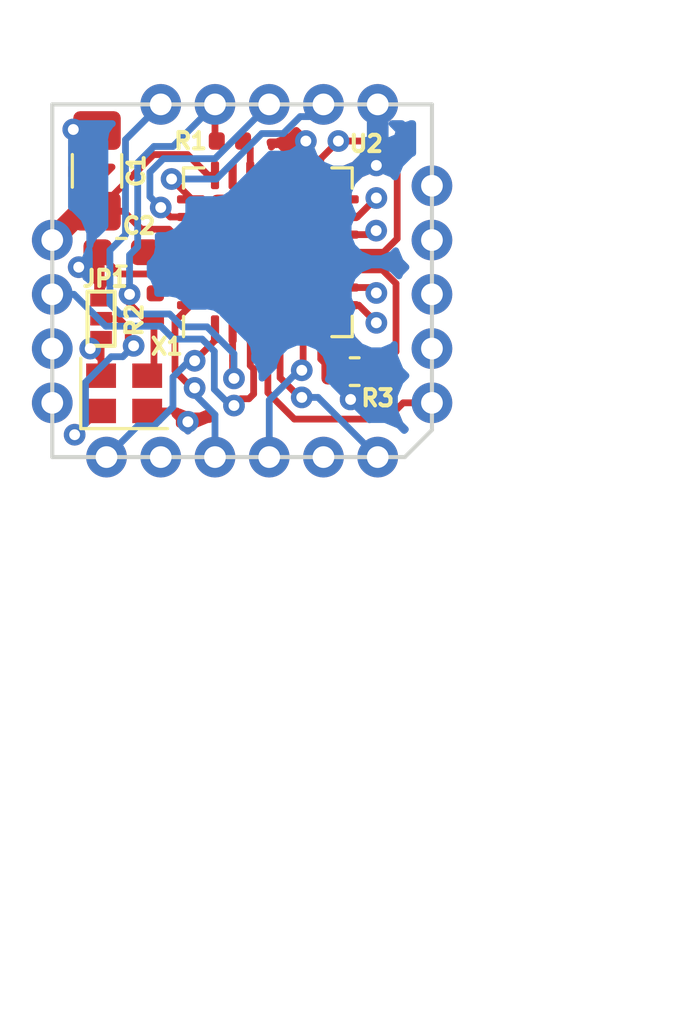
<source format=kicad_pcb>
(kicad_pcb (version 20171130) (host pcbnew 5.0.2-bee76a0~70~ubuntu18.04.1)

  (general
    (thickness 1.6)
    (drawings 5)
    (tracks 231)
    (zones 0)
    (modules 9)
    (nets 27)
  )

  (page A4)
  (layers
    (0 F.Cu signal)
    (1 In1.Cu signal)
    (2 In2.Cu signal)
    (31 B.Cu signal)
    (32 B.Adhes user)
    (33 F.Adhes user)
    (34 B.Paste user)
    (35 F.Paste user)
    (36 B.SilkS user)
    (37 F.SilkS user)
    (38 B.Mask user)
    (39 F.Mask user)
    (40 Dwgs.User user)
    (41 Cmts.User user)
    (42 Eco1.User user)
    (43 Eco2.User user)
    (44 Edge.Cuts user)
    (45 Margin user)
    (46 B.CrtYd user)
    (47 F.CrtYd user)
    (48 B.Fab user)
    (49 F.Fab user)
  )

  (setup
    (last_trace_width 0.25)
    (user_trace_width 0.8)
    (trace_clearance 0.2)
    (zone_clearance 0.508)
    (zone_45_only no)
    (trace_min 0.2)
    (segment_width 0.2)
    (edge_width 0.15)
    (via_size 0.8)
    (via_drill 0.4)
    (via_min_size 0.4)
    (via_min_drill 0.3)
    (uvia_size 0.3)
    (uvia_drill 0.1)
    (uvias_allowed no)
    (uvia_min_size 0.2)
    (uvia_min_drill 0.1)
    (pcb_text_width 0.3)
    (pcb_text_size 1.5 1.5)
    (mod_edge_width 0.15)
    (mod_text_size 1 1)
    (mod_text_width 0.15)
    (pad_size 1.524 1.524)
    (pad_drill 0.762)
    (pad_to_mask_clearance 0.051)
    (solder_mask_min_width 0.25)
    (aux_axis_origin 0 0)
    (visible_elements FFFFFF7F)
    (pcbplotparams
      (layerselection 0x010fc_ffffffff)
      (usegerberextensions false)
      (usegerberattributes false)
      (usegerberadvancedattributes false)
      (creategerberjobfile false)
      (excludeedgelayer true)
      (linewidth 0.100000)
      (plotframeref false)
      (viasonmask false)
      (mode 1)
      (useauxorigin false)
      (hpglpennumber 1)
      (hpglpenspeed 20)
      (hpglpendiameter 15.000000)
      (psnegative false)
      (psa4output false)
      (plotreference true)
      (plotvalue true)
      (plotinvisibletext false)
      (padsonsilk false)
      (subtractmaskfromsilk false)
      (outputformat 1)
      (mirror false)
      (drillshape 1)
      (scaleselection 1)
      (outputdirectory ""))
  )

  (net 0 "")
  (net 1 GND)
  (net 2 +3V3)
  (net 3 "Net-(C2-Pad1)")
  (net 4 "Net-(JP1-Pad2)")
  (net 5 "Net-(R1-Pad1)")
  (net 6 XTAL)
  (net 7 "Net-(R2-Pad1)")
  (net 8 "Net-(R3-Pad2)")
  (net 9 SPI_MOSI)
  (net 10 "Net-(U1-Pad3)")
  (net 11 "Net-(U1-Pad4)")
  (net 12 WOL)
  (net 13 "Net-(U1-Pad6)")
  (net 14 INT)
  (net 15 RST)
  (net 16 "Net-(U1-Pad9)")
  (net 17 SPI_CS)
  (net 18 SPI_SCK)
  (net 19 TxN)
  (net 20 TxP)
  (net 21 RxN)
  (net 22 RxP)
  (net 23 LED_2)
  (net 24 LED_1)
  (net 25 SPI_MISO)
  (net 26 "Net-(U2-Pad20)")

  (net_class Default "This is the default net class."
    (clearance 0.2)
    (trace_width 0.25)
    (via_dia 0.8)
    (via_drill 0.4)
    (uvia_dia 0.3)
    (uvia_drill 0.1)
    (add_net +3V3)
    (add_net GND)
    (add_net INT)
    (add_net LED_1)
    (add_net LED_2)
    (add_net "Net-(C2-Pad1)")
    (add_net "Net-(JP1-Pad2)")
    (add_net "Net-(R1-Pad1)")
    (add_net "Net-(R2-Pad1)")
    (add_net "Net-(R3-Pad2)")
    (add_net "Net-(U1-Pad3)")
    (add_net "Net-(U1-Pad4)")
    (add_net "Net-(U1-Pad6)")
    (add_net "Net-(U1-Pad9)")
    (add_net "Net-(U2-Pad20)")
    (add_net RST)
    (add_net RxN)
    (add_net RxP)
    (add_net SPI_CS)
    (add_net SPI_MISO)
    (add_net SPI_MOSI)
    (add_net SPI_SCK)
    (add_net TxN)
    (add_net TxP)
    (add_net WOL)
    (add_net XTAL)
  )

  (module Capacitor_SMD:C_0603_1608Metric_Pad1.05x0.95mm_HandSolder (layer F.Cu) (tedit 5CACECD6) (tstamp 5CACE15E)
    (at 129.55 57.45 180)
    (descr "Capacitor SMD 0603 (1608 Metric), square (rectangular) end terminal, IPC_7351 nominal with elongated pad for handsoldering. (Body size source: http://www.tortai-tech.com/upload/download/2011102023233369053.pdf), generated with kicad-footprint-generator")
    (tags "capacitor handsolder")
    (path /5CAD2BD0)
    (attr smd)
    (fp_text reference C2 (at -0.65 0.975 180) (layer F.SilkS)
      (effects (font (size 0.6 0.6) (thickness 0.15)))
    )
    (fp_text value C (at 0 1.43 180) (layer F.Fab)
      (effects (font (size 1 1) (thickness 0.15)))
    )
    (fp_line (start -0.8 0.4) (end -0.8 -0.4) (layer F.Fab) (width 0.1))
    (fp_line (start -0.8 -0.4) (end 0.8 -0.4) (layer F.Fab) (width 0.1))
    (fp_line (start 0.8 -0.4) (end 0.8 0.4) (layer F.Fab) (width 0.1))
    (fp_line (start 0.8 0.4) (end -0.8 0.4) (layer F.Fab) (width 0.1))
    (fp_line (start -0.171267 -0.51) (end 0.171267 -0.51) (layer F.SilkS) (width 0.12))
    (fp_line (start -0.171267 0.51) (end 0.171267 0.51) (layer F.SilkS) (width 0.12))
    (fp_line (start -1.65 0.73) (end -1.65 -0.73) (layer F.CrtYd) (width 0.05))
    (fp_line (start -1.65 -0.73) (end 1.65 -0.73) (layer F.CrtYd) (width 0.05))
    (fp_line (start 1.65 -0.73) (end 1.65 0.73) (layer F.CrtYd) (width 0.05))
    (fp_line (start 1.65 0.73) (end -1.65 0.73) (layer F.CrtYd) (width 0.05))
    (fp_text user %R (at 0 0 180) (layer F.Fab)
      (effects (font (size 0.4 0.4) (thickness 0.06)))
    )
    (pad 1 smd roundrect (at -0.875 0 180) (size 1.05 0.95) (layers F.Cu F.Paste F.Mask) (roundrect_rratio 0.25)
      (net 3 "Net-(C2-Pad1)"))
    (pad 2 smd roundrect (at 0.875 0 180) (size 1.05 0.95) (layers F.Cu F.Paste F.Mask) (roundrect_rratio 0.25)
      (net 1 GND))
    (model ${KISYS3DMOD}/Capacitor_SMD.3dshapes/C_0603_1608Metric.wrl
      (at (xyz 0 0 0))
      (scale (xyz 1 1 1))
      (rotate (xyz 0 0 0))
    )
  )

  (module Resistor_SMD:R_0402_1005Metric (layer F.Cu) (tedit 5CACED41) (tstamp 5CACE17F)
    (at 133.55 53.35 180)
    (descr "Resistor SMD 0402 (1005 Metric), square (rectangular) end terminal, IPC_7351 nominal, (Body size source: http://www.tortai-tech.com/upload/download/2011102023233369053.pdf), generated with kicad-footprint-generator")
    (tags resistor)
    (path /5CAD2C7B)
    (attr smd)
    (fp_text reference R1 (at 1.45 0 180) (layer F.SilkS)
      (effects (font (size 0.6 0.6) (thickness 0.15)))
    )
    (fp_text value 100R (at 0 1.17 180) (layer F.Fab)
      (effects (font (size 1 1) (thickness 0.15)))
    )
    (fp_line (start -0.5 0.25) (end -0.5 -0.25) (layer F.Fab) (width 0.1))
    (fp_line (start -0.5 -0.25) (end 0.5 -0.25) (layer F.Fab) (width 0.1))
    (fp_line (start 0.5 -0.25) (end 0.5 0.25) (layer F.Fab) (width 0.1))
    (fp_line (start 0.5 0.25) (end -0.5 0.25) (layer F.Fab) (width 0.1))
    (fp_line (start -0.93 0.47) (end -0.93 -0.47) (layer F.CrtYd) (width 0.05))
    (fp_line (start -0.93 -0.47) (end 0.93 -0.47) (layer F.CrtYd) (width 0.05))
    (fp_line (start 0.93 -0.47) (end 0.93 0.47) (layer F.CrtYd) (width 0.05))
    (fp_line (start 0.93 0.47) (end -0.93 0.47) (layer F.CrtYd) (width 0.05))
    (fp_text user %R (at 0 0 180) (layer F.Fab)
      (effects (font (size 0.25 0.25) (thickness 0.04)))
    )
    (pad 1 smd roundrect (at -0.485 0 180) (size 0.59 0.64) (layers F.Cu F.Paste F.Mask) (roundrect_rratio 0.25)
      (net 5 "Net-(R1-Pad1)"))
    (pad 2 smd roundrect (at 0.485 0 180) (size 0.59 0.64) (layers F.Cu F.Paste F.Mask) (roundrect_rratio 0.25)
      (net 6 XTAL))
    (model ${KISYS3DMOD}/Resistor_SMD.3dshapes/R_0402_1005Metric.wrl
      (at (xyz 0 0 0))
      (scale (xyz 1 1 1))
      (rotate (xyz 0 0 0))
    )
  )

  (module Resistor_SMD:R_0402_1005Metric (layer F.Cu) (tedit 5CACECBA) (tstamp 5CACE18E)
    (at 130.8 59.45 270)
    (descr "Resistor SMD 0402 (1005 Metric), square (rectangular) end terminal, IPC_7351 nominal, (Body size source: http://www.tortai-tech.com/upload/download/2011102023233369053.pdf), generated with kicad-footprint-generator")
    (tags resistor)
    (path /5CAD3BCA)
    (attr smd)
    (fp_text reference R2 (at 0.5 0.775 270) (layer F.SilkS)
      (effects (font (size 0.6 0.6) (thickness 0.15)))
    )
    (fp_text value 100R (at 0 1.17 270) (layer F.Fab)
      (effects (font (size 1 1) (thickness 0.15)))
    )
    (fp_text user %R (at 0 0 270) (layer F.Fab)
      (effects (font (size 0.25 0.25) (thickness 0.04)))
    )
    (fp_line (start 0.93 0.47) (end -0.93 0.47) (layer F.CrtYd) (width 0.05))
    (fp_line (start 0.93 -0.47) (end 0.93 0.47) (layer F.CrtYd) (width 0.05))
    (fp_line (start -0.93 -0.47) (end 0.93 -0.47) (layer F.CrtYd) (width 0.05))
    (fp_line (start -0.93 0.47) (end -0.93 -0.47) (layer F.CrtYd) (width 0.05))
    (fp_line (start 0.5 0.25) (end -0.5 0.25) (layer F.Fab) (width 0.1))
    (fp_line (start 0.5 -0.25) (end 0.5 0.25) (layer F.Fab) (width 0.1))
    (fp_line (start -0.5 -0.25) (end 0.5 -0.25) (layer F.Fab) (width 0.1))
    (fp_line (start -0.5 0.25) (end -0.5 -0.25) (layer F.Fab) (width 0.1))
    (pad 2 smd roundrect (at 0.485 0 270) (size 0.59 0.64) (layers F.Cu F.Paste F.Mask) (roundrect_rratio 0.25)
      (net 6 XTAL))
    (pad 1 smd roundrect (at -0.485 0 270) (size 0.59 0.64) (layers F.Cu F.Paste F.Mask) (roundrect_rratio 0.25)
      (net 7 "Net-(R2-Pad1)"))
    (model ${KISYS3DMOD}/Resistor_SMD.3dshapes/R_0402_1005Metric.wrl
      (at (xyz 0 0 0))
      (scale (xyz 1 1 1))
      (rotate (xyz 0 0 0))
    )
  )

  (module Resistor_SMD:R_0603_1608Metric (layer F.Cu) (tedit 5CACEC9F) (tstamp 5CACE19F)
    (at 138.15 61.85)
    (descr "Resistor SMD 0603 (1608 Metric), square (rectangular) end terminal, IPC_7351 nominal, (Body size source: http://www.tortai-tech.com/upload/download/2011102023233369053.pdf), generated with kicad-footprint-generator")
    (tags resistor)
    (path /5CAF339B)
    (attr smd)
    (fp_text reference R3 (at 0.85 0.975) (layer F.SilkS)
      (effects (font (size 0.6 0.6) (thickness 0.15)))
    )
    (fp_text value 2k32 (at 0 1.43) (layer F.Fab)
      (effects (font (size 1 1) (thickness 0.15)))
    )
    (fp_line (start -0.8 0.4) (end -0.8 -0.4) (layer F.Fab) (width 0.1))
    (fp_line (start -0.8 -0.4) (end 0.8 -0.4) (layer F.Fab) (width 0.1))
    (fp_line (start 0.8 -0.4) (end 0.8 0.4) (layer F.Fab) (width 0.1))
    (fp_line (start 0.8 0.4) (end -0.8 0.4) (layer F.Fab) (width 0.1))
    (fp_line (start -0.162779 -0.51) (end 0.162779 -0.51) (layer F.SilkS) (width 0.12))
    (fp_line (start -0.162779 0.51) (end 0.162779 0.51) (layer F.SilkS) (width 0.12))
    (fp_line (start -1.48 0.73) (end -1.48 -0.73) (layer F.CrtYd) (width 0.05))
    (fp_line (start -1.48 -0.73) (end 1.48 -0.73) (layer F.CrtYd) (width 0.05))
    (fp_line (start 1.48 -0.73) (end 1.48 0.73) (layer F.CrtYd) (width 0.05))
    (fp_line (start 1.48 0.73) (end -1.48 0.73) (layer F.CrtYd) (width 0.05))
    (fp_text user %R (at 0 0) (layer F.Fab)
      (effects (font (size 0.4 0.4) (thickness 0.06)))
    )
    (pad 1 smd roundrect (at -0.7875 0) (size 0.875 0.95) (layers F.Cu F.Paste F.Mask) (roundrect_rratio 0.25)
      (net 1 GND))
    (pad 2 smd roundrect (at 0.7875 0) (size 0.875 0.95) (layers F.Cu F.Paste F.Mask) (roundrect_rratio 0.25)
      (net 8 "Net-(R3-Pad2)"))
    (model ${KISYS3DMOD}/Resistor_SMD.3dshapes/R_0603_1608Metric.wrl
      (at (xyz 0 0 0))
      (scale (xyz 1 1 1))
      (rotate (xyz 0 0 0))
    )
  )

  (module TJ:LAN8742_INT_B (layer F.Cu) (tedit 5CACED5B) (tstamp 5CACE1BC)
    (at 127 52)
    (path /5CAF3295)
    (fp_text reference U1 (at 16 -1) (layer F.SilkS) hide
      (effects (font (size 1 1) (thickness 0.15)))
    )
    (fp_text value LAN8742_INT (at 18 -3) (layer F.Fab)
      (effects (font (size 1 1) (thickness 0.15)))
    )
    (fp_line (start 0 0) (end 0 13) (layer F.CrtYd) (width 0.15))
    (fp_line (start 0 13) (end 13 13) (layer F.CrtYd) (width 0.15))
    (fp_line (start 13 13) (end 14 12) (layer F.CrtYd) (width 0.15))
    (fp_line (start 14 12) (end 14 0) (layer F.CrtYd) (width 0.15))
    (fp_line (start 14 0) (end 0 0) (layer F.CrtYd) (width 0.15))
    (pad 1 thru_hole circle (at 0 5) (size 1.5 1.5) (drill 0.8) (layers *.Cu *.Mask)
      (net 2 +3V3))
    (pad 2 thru_hole circle (at 0 7) (size 1.5 1.5) (drill 0.8) (layers *.Cu *.Mask)
      (net 9 SPI_MOSI))
    (pad 3 thru_hole circle (at 0 9) (size 1.5 1.5) (drill 0.8) (layers *.Cu *.Mask)
      (net 10 "Net-(U1-Pad3)"))
    (pad 4 thru_hole oval (at 0 11) (size 1.5 1.5) (drill 0.8) (layers *.Cu *.Mask)
      (net 11 "Net-(U1-Pad4)"))
    (pad 5 thru_hole circle (at 2 13) (size 1.5 1.5) (drill 0.8) (layers *.Cu *.Mask)
      (net 12 WOL))
    (pad 6 thru_hole circle (at 4 13) (size 1.5 1.5) (drill 0.8) (layers *.Cu *.Mask)
      (net 13 "Net-(U1-Pad6)"))
    (pad 7 thru_hole circle (at 6 13) (size 1.5 1.5) (drill 0.8) (layers *.Cu *.Mask)
      (net 14 INT))
    (pad 8 thru_hole circle (at 8 13) (size 1.5 1.5) (drill 0.8) (layers *.Cu *.Mask)
      (net 15 RST))
    (pad 9 thru_hole circle (at 10 13) (size 1.5 1.5) (drill 0.8) (layers *.Cu *.Mask)
      (net 16 "Net-(U1-Pad9)"))
    (pad 10 thru_hole circle (at 12 13) (size 1.5 1.5) (drill 0.8) (layers *.Cu *.Mask)
      (net 17 SPI_CS))
    (pad 11 thru_hole circle (at 14 11) (size 1.5 1.5) (drill 0.8) (layers *.Cu *.Mask)
      (net 18 SPI_SCK))
    (pad 12 thru_hole circle (at 14 9) (size 1.5 1.5) (drill 0.8) (layers *.Cu *.Mask)
      (net 19 TxN))
    (pad 13 thru_hole circle (at 14 7) (size 1.5 1.5) (drill 0.8) (layers *.Cu *.Mask)
      (net 20 TxP))
    (pad 14 thru_hole circle (at 14 5) (size 1.5 1.5) (drill 0.8) (layers *.Cu *.Mask)
      (net 21 RxN))
    (pad 15 thru_hole circle (at 14 3) (size 1.5 1.5) (drill 0.8) (layers *.Cu *.Mask)
      (net 22 RxP))
    (pad 16 thru_hole circle (at 12 0) (size 1.5 1.5) (drill 0.8) (layers *.Cu *.Mask)
      (net 1 GND))
    (pad 17 thru_hole circle (at 10 0) (size 1.5 1.5) (drill 0.8) (layers *.Cu *.Mask)
      (net 23 LED_2))
    (pad 18 thru_hole circle (at 8 0) (size 1.5 1.5) (drill 0.8) (layers *.Cu *.Mask)
      (net 24 LED_1))
    (pad 19 thru_hole circle (at 6 0) (size 1.5 1.5) (drill 0.8) (layers *.Cu *.Mask)
      (net 6 XTAL))
    (pad 20 thru_hole circle (at 4 0) (size 1.5 1.5) (drill 0.8) (layers *.Cu *.Mask)
      (net 25 SPI_MISO))
  )

  (module Package_DFN_QFN:QFN-28-1EP_6x6mm_P0.65mm_EP4.25x4.25mm (layer F.Cu) (tedit 5CACED2B) (tstamp 5CACE1F7)
    (at 134.95 57.45 90)
    (descr "QFN, 28 Pin (http://ww1.microchip.com/downloads/en/PackagingSpec/00000049BQ.pdf (Page 289)), generated with kicad-footprint-generator ipc_dfn_qfn_generator.py")
    (tags "QFN DFN_QFN")
    (path /5CAF32E1)
    (attr smd)
    (fp_text reference U2 (at 4 3.625) (layer F.SilkS)
      (effects (font (size 0.6 0.6) (thickness 0.15)))
    )
    (fp_text value ENC28J60x-ML (at 0 4.3 90) (layer F.Fab)
      (effects (font (size 1 1) (thickness 0.15)))
    )
    (fp_line (start 2.36 -3.11) (end 3.11 -3.11) (layer F.SilkS) (width 0.12))
    (fp_line (start 3.11 -3.11) (end 3.11 -2.36) (layer F.SilkS) (width 0.12))
    (fp_line (start -2.36 3.11) (end -3.11 3.11) (layer F.SilkS) (width 0.12))
    (fp_line (start -3.11 3.11) (end -3.11 2.36) (layer F.SilkS) (width 0.12))
    (fp_line (start 2.36 3.11) (end 3.11 3.11) (layer F.SilkS) (width 0.12))
    (fp_line (start 3.11 3.11) (end 3.11 2.36) (layer F.SilkS) (width 0.12))
    (fp_line (start -2.36 -3.11) (end -3.11 -3.11) (layer F.SilkS) (width 0.12))
    (fp_line (start -2 -3) (end 3 -3) (layer F.Fab) (width 0.1))
    (fp_line (start 3 -3) (end 3 3) (layer F.Fab) (width 0.1))
    (fp_line (start 3 3) (end -3 3) (layer F.Fab) (width 0.1))
    (fp_line (start -3 3) (end -3 -2) (layer F.Fab) (width 0.1))
    (fp_line (start -3 -2) (end -2 -3) (layer F.Fab) (width 0.1))
    (fp_line (start -3.6 -3.6) (end -3.6 3.6) (layer F.CrtYd) (width 0.05))
    (fp_line (start -3.6 3.6) (end 3.6 3.6) (layer F.CrtYd) (width 0.05))
    (fp_line (start 3.6 3.6) (end 3.6 -3.6) (layer F.CrtYd) (width 0.05))
    (fp_line (start 3.6 -3.6) (end -3.6 -3.6) (layer F.CrtYd) (width 0.05))
    (fp_text user %R (at 0 0 90) (layer F.Fab)
      (effects (font (size 1 1) (thickness 0.15)))
    )
    (pad 29 smd roundrect (at 0 0 90) (size 4.25 4.25) (layers F.Cu F.Mask) (roundrect_rratio 0.058824))
    (pad "" smd roundrect (at -1.42 -1.42 90) (size 1.14 1.14) (layers F.Paste) (roundrect_rratio 0.219298))
    (pad "" smd roundrect (at -1.42 0 90) (size 1.14 1.14) (layers F.Paste) (roundrect_rratio 0.219298))
    (pad "" smd roundrect (at -1.42 1.42 90) (size 1.14 1.14) (layers F.Paste) (roundrect_rratio 0.219298))
    (pad "" smd roundrect (at 0 -1.42 90) (size 1.14 1.14) (layers F.Paste) (roundrect_rratio 0.219298))
    (pad "" smd roundrect (at 0 0 90) (size 1.14 1.14) (layers F.Paste) (roundrect_rratio 0.219298))
    (pad "" smd roundrect (at 0 1.42 90) (size 1.14 1.14) (layers F.Paste) (roundrect_rratio 0.219298))
    (pad "" smd roundrect (at 1.42 -1.42 90) (size 1.14 1.14) (layers F.Paste) (roundrect_rratio 0.219298))
    (pad "" smd roundrect (at 1.42 0 90) (size 1.14 1.14) (layers F.Paste) (roundrect_rratio 0.219298))
    (pad "" smd roundrect (at 1.42 1.42 90) (size 1.14 1.14) (layers F.Paste) (roundrect_rratio 0.219298))
    (pad 1 smd roundrect (at -2.8375 -1.95 90) (size 1.025 0.3) (layers F.Cu F.Paste F.Mask) (roundrect_rratio 0.25)
      (net 12 WOL))
    (pad 2 smd roundrect (at -2.8375 -1.3 90) (size 1.025 0.3) (layers F.Cu F.Paste F.Mask) (roundrect_rratio 0.25)
      (net 25 SPI_MISO))
    (pad 3 smd roundrect (at -2.8375 -0.65 90) (size 1.025 0.3) (layers F.Cu F.Paste F.Mask) (roundrect_rratio 0.25)
      (net 9 SPI_MOSI))
    (pad 4 smd roundrect (at -2.8375 0 90) (size 1.025 0.3) (layers F.Cu F.Paste F.Mask) (roundrect_rratio 0.25)
      (net 18 SPI_SCK))
    (pad 5 smd roundrect (at -2.8375 0.65 90) (size 1.025 0.3) (layers F.Cu F.Paste F.Mask) (roundrect_rratio 0.25)
      (net 17 SPI_CS))
    (pad 6 smd roundrect (at -2.8375 1.3 90) (size 1.025 0.3) (layers F.Cu F.Paste F.Mask) (roundrect_rratio 0.25)
      (net 15 RST))
    (pad 7 smd roundrect (at -2.8375 1.95 90) (size 1.025 0.3) (layers F.Cu F.Paste F.Mask) (roundrect_rratio 0.25)
      (net 1 GND))
    (pad 8 smd roundrect (at -1.95 2.8375 90) (size 0.3 1.025) (layers F.Cu F.Paste F.Mask) (roundrect_rratio 0.25)
      (net 21 RxN))
    (pad 9 smd roundrect (at -1.3 2.8375 90) (size 0.3 1.025) (layers F.Cu F.Paste F.Mask) (roundrect_rratio 0.25)
      (net 22 RxP))
    (pad 10 smd roundrect (at -0.65 2.8375 90) (size 0.3 1.025) (layers F.Cu F.Paste F.Mask) (roundrect_rratio 0.25)
      (net 8 "Net-(R3-Pad2)"))
    (pad 11 smd roundrect (at 0 2.8375 90) (size 0.3 1.025) (layers F.Cu F.Paste F.Mask) (roundrect_rratio 0.25)
      (net 2 +3V3))
    (pad 12 smd roundrect (at 0.65 2.8375 90) (size 0.3 1.025) (layers F.Cu F.Paste F.Mask) (roundrect_rratio 0.25)
      (net 19 TxN))
    (pad 13 smd roundrect (at 1.3 2.8375 90) (size 0.3 1.025) (layers F.Cu F.Paste F.Mask) (roundrect_rratio 0.25)
      (net 20 TxP))
    (pad 14 smd roundrect (at 1.95 2.8375 90) (size 0.3 1.025) (layers F.Cu F.Paste F.Mask) (roundrect_rratio 0.25)
      (net 1 GND))
    (pad 15 smd roundrect (at 2.8375 1.95 90) (size 1.025 0.3) (layers F.Cu F.Paste F.Mask) (roundrect_rratio 0.25)
      (net 2 +3V3))
    (pad 16 smd roundrect (at 2.8375 1.3 90) (size 1.025 0.3) (layers F.Cu F.Paste F.Mask) (roundrect_rratio 0.25)
      (net 2 +3V3))
    (pad 17 smd roundrect (at 2.8375 0.65 90) (size 1.025 0.3) (layers F.Cu F.Paste F.Mask) (roundrect_rratio 0.25)
      (net 1 GND))
    (pad 18 smd roundrect (at 2.8375 0 90) (size 1.025 0.3) (layers F.Cu F.Paste F.Mask) (roundrect_rratio 0.25)
      (net 1 GND))
    (pad 19 smd roundrect (at 2.8375 -0.65 90) (size 1.025 0.3) (layers F.Cu F.Paste F.Mask) (roundrect_rratio 0.25)
      (net 5 "Net-(R1-Pad1)"))
    (pad 20 smd roundrect (at 2.8375 -1.3 90) (size 1.025 0.3) (layers F.Cu F.Paste F.Mask) (roundrect_rratio 0.25)
      (net 26 "Net-(U2-Pad20)"))
    (pad 21 smd roundrect (at 2.8375 -1.95 90) (size 1.025 0.3) (layers F.Cu F.Paste F.Mask) (roundrect_rratio 0.25)
      (net 2 +3V3))
    (pad 22 smd roundrect (at 1.95 -2.8375 90) (size 0.3 1.025) (layers F.Cu F.Paste F.Mask) (roundrect_rratio 0.25)
      (net 23 LED_2))
    (pad 23 smd roundrect (at 1.3 -2.8375 90) (size 0.3 1.025) (layers F.Cu F.Paste F.Mask) (roundrect_rratio 0.25)
      (net 24 LED_1))
    (pad 24 smd roundrect (at 0.65 -2.8375 90) (size 0.3 1.025) (layers F.Cu F.Paste F.Mask) (roundrect_rratio 0.25)
      (net 2 +3V3))
    (pad 25 smd roundrect (at 0 -2.8375 90) (size 0.3 1.025) (layers F.Cu F.Paste F.Mask) (roundrect_rratio 0.25)
      (net 3 "Net-(C2-Pad1)"))
    (pad 26 smd roundrect (at -0.65 -2.8375 90) (size 0.3 1.025) (layers F.Cu F.Paste F.Mask) (roundrect_rratio 0.25)
      (net 1 GND))
    (pad 27 smd roundrect (at -1.3 -2.8375 90) (size 0.3 1.025) (layers F.Cu F.Paste F.Mask) (roundrect_rratio 0.25)
      (net 7 "Net-(R2-Pad1)"))
    (pad 28 smd roundrect (at -1.95 -2.8375 90) (size 0.3 1.025) (layers F.Cu F.Paste F.Mask) (roundrect_rratio 0.25)
      (net 14 INT))
    (model ${KISYS3DMOD}/Package_DFN_QFN.3dshapes/QFN-28-1EP_6x6mm_P0.65mm_EP4.25x4.25mm.wrl
      (at (xyz 0 0 0))
      (scale (xyz 1 1 1))
      (rotate (xyz 0 0 0))
    )
  )

  (module Oscillator:Oscillator_SMD_SeikoEpson_SG210-4Pin_2.5x2.0mm (layer F.Cu) (tedit 5CACECF3) (tstamp 5CACE20F)
    (at 129.65 62.65)
    (descr "SMD Crystal Oscillator Seiko Epson SG-210 https://support.epson.biz/td/api/doc_check.php?mode=dl&lang=en&Parts=SG-210SED, 2.5x2.0mm^2 package")
    (tags "SMD SMT crystal oscillator")
    (path /5CAE3C50)
    (attr smd)
    (fp_text reference X1 (at 1.575 -1.725) (layer F.SilkS)
      (effects (font (size 0.6 0.6) (thickness 0.15)))
    )
    (fp_text value SG-210SED (at 0 2.2) (layer F.Fab)
      (effects (font (size 1 1) (thickness 0.15)))
    )
    (fp_text user %R (at 0 0) (layer F.Fab)
      (effects (font (size 0.6 0.6) (thickness 0.09)))
    )
    (fp_line (start -1.25 -1) (end -1.25 1) (layer F.Fab) (width 0.1))
    (fp_line (start -1.25 1) (end 1.25 1) (layer F.Fab) (width 0.1))
    (fp_line (start 1.25 1) (end 1.25 -1) (layer F.Fab) (width 0.1))
    (fp_line (start 1.25 -1) (end -1.25 -1) (layer F.Fab) (width 0.1))
    (fp_line (start -1.25 0) (end -0.25 1) (layer F.Fab) (width 0.1))
    (fp_line (start -1.6 -1.3) (end -1.6 1.3) (layer F.SilkS) (width 0.12))
    (fp_line (start -1.6 1.3) (end 1.6 1.3) (layer F.SilkS) (width 0.12))
    (fp_line (start -1.7 -1.4) (end -1.7 1.4) (layer F.CrtYd) (width 0.05))
    (fp_line (start -1.7 1.4) (end 1.7 1.4) (layer F.CrtYd) (width 0.05))
    (fp_line (start 1.7 1.4) (end 1.7 -1.4) (layer F.CrtYd) (width 0.05))
    (fp_line (start 1.7 -1.4) (end -1.7 -1.4) (layer F.CrtYd) (width 0.05))
    (fp_circle (center 0 0) (end 1 0) (layer F.Adhes) (width 0.1))
    (fp_circle (center 0 0) (end 0.833333 0) (layer F.Adhes) (width 0.333333))
    (fp_circle (center 0 0) (end 0.533333 0) (layer F.Adhes) (width 0.333333))
    (fp_circle (center 0 0) (end 0.233333 0) (layer F.Adhes) (width 0.466667))
    (pad 1 smd rect (at -0.85 0.65) (size 1.1 0.9) (layers F.Cu F.Paste F.Mask)
      (net 4 "Net-(JP1-Pad2)"))
    (pad 2 smd rect (at 0.85 0.65) (size 1.1 0.9) (layers F.Cu F.Paste F.Mask)
      (net 1 GND))
    (pad 3 smd rect (at 0.85 -0.65) (size 1.1 0.9) (layers F.Cu F.Paste F.Mask)
      (net 6 XTAL))
    (pad 4 smd rect (at -0.85 -0.65) (size 1.1 0.9) (layers F.Cu F.Paste F.Mask)
      (net 2 +3V3))
    (model ${KISYS3DMOD}/Oscillator.3dshapes/Oscillator_SMD_SeikoEpson_SG210-4Pin_2.5x2.0mm.wrl
      (at (xyz 0 0 0))
      (scale (xyz 1 1 1))
      (rotate (xyz 0 0 0))
    )
  )

  (module Capacitor_SMD:C_1206_3216Metric_Pad1.42x1.75mm_HandSolder (layer F.Cu) (tedit 5CACED4A) (tstamp 5CACF7C7)
    (at 128.65 54.45 270)
    (descr "Capacitor SMD 1206 (3216 Metric), square (rectangular) end terminal, IPC_7351 nominal with elongated pad for handsoldering. (Body size source: http://www.tortai-tech.com/upload/download/2011102023233369053.pdf), generated with kicad-footprint-generator")
    (tags "capacitor handsolder")
    (path /5CAE3CDC)
    (attr smd)
    (fp_text reference C1 (at 0 -1.45 270) (layer F.SilkS)
      (effects (font (size 0.6 0.6) (thickness 0.15)))
    )
    (fp_text value C (at 0 1.82 270) (layer F.Fab)
      (effects (font (size 1 1) (thickness 0.15)))
    )
    (fp_line (start -1.6 0.8) (end -1.6 -0.8) (layer F.Fab) (width 0.1))
    (fp_line (start -1.6 -0.8) (end 1.6 -0.8) (layer F.Fab) (width 0.1))
    (fp_line (start 1.6 -0.8) (end 1.6 0.8) (layer F.Fab) (width 0.1))
    (fp_line (start 1.6 0.8) (end -1.6 0.8) (layer F.Fab) (width 0.1))
    (fp_line (start -0.602064 -0.91) (end 0.602064 -0.91) (layer F.SilkS) (width 0.12))
    (fp_line (start -0.602064 0.91) (end 0.602064 0.91) (layer F.SilkS) (width 0.12))
    (fp_line (start -2.45 1.12) (end -2.45 -1.12) (layer F.CrtYd) (width 0.05))
    (fp_line (start -2.45 -1.12) (end 2.45 -1.12) (layer F.CrtYd) (width 0.05))
    (fp_line (start 2.45 -1.12) (end 2.45 1.12) (layer F.CrtYd) (width 0.05))
    (fp_line (start 2.45 1.12) (end -2.45 1.12) (layer F.CrtYd) (width 0.05))
    (fp_text user %R (at 0 0 270) (layer F.Fab)
      (effects (font (size 0.8 0.8) (thickness 0.12)))
    )
    (pad 1 smd roundrect (at -1.4875 0 270) (size 1.425 1.75) (layers F.Cu F.Paste F.Mask) (roundrect_rratio 0.175439)
      (net 1 GND))
    (pad 2 smd roundrect (at 1.4875 0 270) (size 1.425 1.75) (layers F.Cu F.Paste F.Mask) (roundrect_rratio 0.175439)
      (net 2 +3V3))
    (model ${KISYS3DMOD}/Capacitor_SMD.3dshapes/C_1206_3216Metric.wrl
      (at (xyz 0 0 0))
      (scale (xyz 1 1 1))
      (rotate (xyz 0 0 0))
    )
  )

  (module Jumper:SolderJumper-3_P0.7mm_Open_Pad0.5x0.8mm (layer F.Cu) (tedit 5CACED6C) (tstamp 5CB99EFB)
    (at 128.8 59.9 270)
    (path /5CAEA13D)
    (fp_text reference JP1 (at -1.475 -0.15 180) (layer F.SilkS)
      (effects (font (size 0.6 0.6) (thickness 0.15)))
    )
    (fp_text value Jumper_NC_Dual (at 19.75 -11.75 270) (layer F.Fab)
      (effects (font (size 1 1) (thickness 0.15)))
    )
    (fp_line (start -1 -0.5) (end 1 -0.5) (layer F.SilkS) (width 0.15))
    (fp_line (start 1 0.5) (end -1 0.5) (layer F.SilkS) (width 0.15))
    (fp_line (start 1 -0.5) (end 1 0.5) (layer F.SilkS) (width 0.15))
    (fp_line (start -1 -0.5) (end -1 0.5) (layer F.SilkS) (width 0.15))
    (pad 1 smd rect (at -0.7 0 270) (size 0.5 0.8) (layers F.Cu F.Paste F.Mask)
      (net 1 GND))
    (pad 2 smd rect (at 0 0 270) (size 0.5 0.8) (layers F.Cu F.Paste F.Mask)
      (net 4 "Net-(JP1-Pad2)"))
    (pad 3 smd rect (at 0.7 0 270) (size 0.5 0.8) (layers F.Cu F.Paste F.Mask)
      (net 2 +3V3))
  )

  (gr_line (start 127 52) (end 127 65) (layer Edge.Cuts) (width 0.15))
  (gr_line (start 141 52) (end 127 52) (layer Edge.Cuts) (width 0.15))
  (gr_line (start 140 65) (end 127 65) (layer Edge.Cuts) (width 0.15))
  (gr_line (start 141 64) (end 140 65) (layer Edge.Cuts) (width 0.15))
  (gr_line (start 141 52) (end 141 64) (layer Edge.Cuts) (width 0.15))

  (segment (start 129.47501 58.25001) (end 129.174072 57.949072) (width 0.25) (layer F.Cu) (net 1))
  (segment (start 129.174072 57.949072) (end 128.675 57.45) (width 0.25) (layer F.Cu) (net 1))
  (segment (start 130.9455 58.25001) (end 129.47501 58.25001) (width 0.25) (layer F.Cu) (net 1))
  (segment (start 131.09551 58.1) (end 130.9455 58.25001) (width 0.25) (layer F.Cu) (net 1))
  (segment (start 132.1125 58.1) (end 131.09551 58.1) (width 0.25) (layer F.Cu) (net 1))
  (segment (start 134.95 54.6125) (end 135.6 54.6125) (width 0.25) (layer F.Cu) (net 1))
  (via (at 127.775 52.925) (size 0.8) (drill 0.4) (layers F.Cu B.Cu) (net 1))
  (segment (start 128.65 52.9625) (end 127.5625 52.9625) (width 0.25) (layer F.Cu) (net 1))
  (segment (start 127.5625 52.9625) (end 127.55 52.95) (width 0.25) (layer F.Cu) (net 1))
  (segment (start 139 52) (end 139.375001 52.375001) (width 0.25) (layer F.Cu) (net 1))
  (segment (start 135.6 54.6125) (end 135.6 54) (width 0.25) (layer F.Cu) (net 1))
  (segment (start 135.6 54) (end 136.25 53.35) (width 0.25) (layer F.Cu) (net 1))
  (via (at 136.35 53.35) (size 0.8) (drill 0.4) (layers F.Cu B.Cu) (net 1))
  (segment (start 136.25 53.35) (end 136.35 53.35) (width 0.25) (layer F.Cu) (net 1))
  (segment (start 137.7875 55.5) (end 137.7875 54.8125) (width 0.25) (layer F.Cu) (net 1))
  (segment (start 137.7875 54.8125) (end 138.35 54.25) (width 0.25) (layer F.Cu) (net 1))
  (via (at 138.95 54.25) (size 0.8) (drill 0.4) (layers F.Cu B.Cu) (net 1))
  (segment (start 138.35 54.25) (end 138.85 54.25) (width 0.25) (layer F.Cu) (net 1))
  (segment (start 138.35 54.25) (end 138.95 54.25) (width 0.25) (layer F.Cu) (net 1))
  (segment (start 136.9 61.3875) (end 137.3625 61.85) (width 0.25) (layer F.Cu) (net 1))
  (segment (start 136.9 60.2875) (end 136.9 61.3875) (width 0.25) (layer F.Cu) (net 1))
  (via (at 138 62.875) (size 0.8) (drill 0.4) (layers F.Cu B.Cu) (net 1))
  (segment (start 137.3625 61.85) (end 137.3625 62.2375) (width 0.25) (layer F.Cu) (net 1))
  (segment (start 137.3625 62.2375) (end 138 62.875) (width 0.25) (layer F.Cu) (net 1))
  (via (at 132 63.7) (size 0.8) (drill 0.4) (layers F.Cu B.Cu) (net 1))
  (segment (start 131.6 63.3) (end 132 63.7) (width 0.25) (layer F.Cu) (net 1))
  (segment (start 130.5 63.3) (end 131.6 63.3) (width 0.25) (layer F.Cu) (net 1))
  (segment (start 133.226997 63.7) (end 133.426997 63.9) (width 0.25) (layer In2.Cu) (net 1))
  (segment (start 132 63.7) (end 133.226997 63.7) (width 0.25) (layer In2.Cu) (net 1))
  (segment (start 136.975 63.9) (end 138 62.875) (width 0.25) (layer In2.Cu) (net 1))
  (segment (start 133.426997 63.9) (end 136.975 63.9) (width 0.25) (layer In2.Cu) (net 1))
  (via (at 127.975 58) (size 0.8) (drill 0.4) (layers F.Cu B.Cu) (net 1))
  (segment (start 128.675 57.825) (end 128.3 58.2) (width 0.25) (layer F.Cu) (net 1))
  (segment (start 128.675 57.45) (end 128.675 57.825) (width 0.25) (layer F.Cu) (net 1))
  (segment (start 128.8 58.7) (end 128.3 58.2) (width 0.25) (layer F.Cu) (net 1))
  (segment (start 128.8 59.2) (end 128.8 58.7) (width 0.25) (layer F.Cu) (net 1))
  (segment (start 139 52) (end 139 53.725) (width 0.8) (layer In2.Cu) (net 1))
  (segment (start 139 52) (end 139 53.425) (width 0.8) (layer In2.Cu) (net 1))
  (segment (start 139 53.425) (end 137.675 54.75) (width 0.8) (layer In2.Cu) (net 1))
  (segment (start 139 52) (end 139 53.725) (width 0.8) (layer B.Cu) (net 1))
  (via (at 128.4 61) (size 0.8) (drill 0.4) (layers F.Cu B.Cu) (net 2))
  (segment (start 136.25 54.6125) (end 136.9 54.6125) (width 0.25) (layer F.Cu) (net 2))
  (segment (start 132.75 54.6125) (end 133 54.6125) (width 0.25) (layer F.Cu) (net 2))
  (segment (start 131.9875 53.85) (end 132.75 54.6125) (width 0.25) (layer F.Cu) (net 2))
  (segment (start 130.7375 53.85) (end 131.9875 53.85) (width 0.25) (layer F.Cu) (net 2))
  (segment (start 128.65 55.9375) (end 130.7375 53.85) (width 0.25) (layer F.Cu) (net 2))
  (segment (start 129.625 55.9375) (end 128.65 55.9375) (width 0.25) (layer F.Cu) (net 2))
  (segment (start 130.28751 56.60001) (end 129.625 55.9375) (width 0.25) (layer F.Cu) (net 2))
  (segment (start 131.30001 56.60001) (end 130.28751 56.60001) (width 0.25) (layer F.Cu) (net 2))
  (segment (start 131.5 56.8) (end 131.30001 56.60001) (width 0.25) (layer F.Cu) (net 2))
  (segment (start 132.1125 56.8) (end 131.5 56.8) (width 0.25) (layer F.Cu) (net 2))
  (via (at 137.55 53.35) (size 0.8) (drill 0.4) (layers F.Cu B.Cu) (net 2))
  (segment (start 136.9 54) (end 137.55 53.35) (width 0.25) (layer F.Cu) (net 2))
  (segment (start 136.9 54.6125) (end 136.9 54) (width 0.25) (layer F.Cu) (net 2))
  (segment (start 138.115685 53.35) (end 137.55 53.35) (width 0.25) (layer F.Cu) (net 2))
  (segment (start 139.123002 53.35) (end 138.115685 53.35) (width 0.25) (layer F.Cu) (net 2))
  (segment (start 139.718226 53.945224) (end 139.123002 53.35) (width 0.25) (layer F.Cu) (net 2))
  (segment (start 139.718226 56.95) (end 139.718226 53.945224) (width 0.25) (layer F.Cu) (net 2))
  (segment (start 139.218226 57.45) (end 139.718226 56.95) (width 0.25) (layer F.Cu) (net 2))
  (segment (start 137.7875 57.45) (end 139.218226 57.45) (width 0.25) (layer F.Cu) (net 2))
  (segment (start 128.0625 55.9375) (end 127 57) (width 0.8) (layer F.Cu) (net 2))
  (segment (start 128.65 55.9375) (end 128.0625 55.9375) (width 0.8) (layer F.Cu) (net 2))
  (segment (start 128.8 60.6) (end 128.8 62) (width 0.25) (layer F.Cu) (net 2))
  (segment (start 127.749999 56.250001) (end 127.749999 56.225001) (width 0.8) (layer In1.Cu) (net 2))
  (segment (start 127 57) (end 127.749999 56.250001) (width 0.8) (layer In1.Cu) (net 2))
  (segment (start 127.749999 56.225001) (end 128.125 55.85) (width 0.8) (layer In1.Cu) (net 2))
  (segment (start 127 57) (end 128.06066 57) (width 0.8) (layer In1.Cu) (net 2))
  (segment (start 128.06066 57) (end 128.775 57) (width 0.8) (layer In1.Cu) (net 2))
  (segment (start 128.8 60.6) (end 128.4 61) (width 0.25) (layer F.Cu) (net 2))
  (segment (start 128.8 61.4) (end 128.4 61) (width 0.25) (layer F.Cu) (net 2))
  (segment (start 128.8 62) (end 128.8 61.4) (width 0.25) (layer F.Cu) (net 2))
  (segment (start 132.1125 57.45) (end 130.425 57.45) (width 0.25) (layer F.Cu) (net 3))
  (via (at 127.825 64.175) (size 0.8) (drill 0.4) (layers F.Cu B.Cu) (net 4))
  (segment (start 129.8 60.25) (end 129.8 60.4) (width 0.25) (layer F.Cu) (net 4))
  (segment (start 128.8 59.9) (end 129.45 59.9) (width 0.25) (layer F.Cu) (net 4))
  (segment (start 129.45 59.9) (end 129.8 60.25) (width 0.25) (layer F.Cu) (net 4))
  (segment (start 129.8 60.4) (end 129.8 60.7) (width 0.25) (layer F.Cu) (net 4))
  (segment (start 129.8 60.7) (end 129.9 60.8) (width 0.25) (layer F.Cu) (net 4))
  (via (at 130 60.900011) (size 0.8) (drill 0.4) (layers F.Cu B.Cu) (net 4))
  (segment (start 129.9 60.8) (end 129.9 60.800011) (width 0.25) (layer F.Cu) (net 4))
  (segment (start 129.9 60.800011) (end 130 60.900011) (width 0.25) (layer F.Cu) (net 4))
  (segment (start 128.7 63.3) (end 127.825 64.175) (width 0.25) (layer F.Cu) (net 4))
  (segment (start 128.8 63.3) (end 128.7 63.3) (width 0.25) (layer F.Cu) (net 4))
  (segment (start 130 60.900011) (end 129.799989 60.900011) (width 0.25) (layer B.Cu) (net 4))
  (segment (start 129.172992 61.30001) (end 128.224999 62.248003) (width 0.25) (layer B.Cu) (net 4))
  (segment (start 128.224999 62.248003) (end 128.224999 63.775001) (width 0.25) (layer B.Cu) (net 4))
  (segment (start 129.600001 61.30001) (end 129.172992 61.30001) (width 0.25) (layer B.Cu) (net 4))
  (segment (start 128.224999 63.775001) (end 127.825 64.175) (width 0.25) (layer B.Cu) (net 4))
  (segment (start 130 60.900011) (end 129.600001 61.30001) (width 0.25) (layer B.Cu) (net 4))
  (segment (start 134.3 53.615) (end 134.3 54.6125) (width 0.25) (layer F.Cu) (net 5))
  (segment (start 134.035 53.35) (end 134.3 53.615) (width 0.25) (layer F.Cu) (net 5))
  (segment (start 133 53.285) (end 133.065 53.35) (width 0.25) (layer F.Cu) (net 6))
  (segment (start 133 52) (end 133 53.285) (width 0.25) (layer F.Cu) (net 6))
  (segment (start 130.935 59.835) (end 130.75 59.835) (width 0.25) (layer F.Cu) (net 6))
  (segment (start 130.75 59.835) (end 130.75 59.95) (width 0.25) (layer F.Cu) (net 6))
  (segment (start 130.75 59.935) (end 130.75 59.95) (width 0.25) (layer F.Cu) (net 6))
  (via (at 129.85 59) (size 0.8) (drill 0.4) (layers F.Cu B.Cu) (net 6))
  (segment (start 130.75 59.935) (end 130.535 59.935) (width 0.25) (layer F.Cu) (net 6))
  (segment (start 130.75 61.75) (end 130.5 62) (width 0.25) (layer F.Cu) (net 6))
  (segment (start 130.75 59.935) (end 130.75 61.75) (width 0.25) (layer F.Cu) (net 6))
  (segment (start 130.149991 57.249991) (end 129.85 57.549982) (width 0.25) (layer B.Cu) (net 6))
  (segment (start 130.149991 54.150009) (end 130.149991 57.249991) (width 0.25) (layer B.Cu) (net 6))
  (segment (start 130.75001 53.54999) (end 130.149991 54.150009) (width 0.25) (layer B.Cu) (net 6))
  (segment (start 133 52) (end 131.45001 53.54999) (width 0.25) (layer B.Cu) (net 6))
  (segment (start 129.85 57.549982) (end 129.85 59) (width 0.25) (layer B.Cu) (net 6))
  (segment (start 131.45001 53.54999) (end 130.75001 53.54999) (width 0.25) (layer B.Cu) (net 6))
  (segment (start 130.8 59.935) (end 130.535 59.935) (width 0.25) (layer F.Cu) (net 6))
  (segment (start 130.435 59.935) (end 130.535 59.935) (width 0.25) (layer F.Cu) (net 6))
  (segment (start 129.85 59) (end 129.85 59.35) (width 0.25) (layer F.Cu) (net 6))
  (segment (start 129.85 59.35) (end 130.435 59.935) (width 0.25) (layer F.Cu) (net 6))
  (segment (start 130.965 58.75) (end 130.75 58.965) (width 0.25) (layer F.Cu) (net 7))
  (segment (start 132.1125 58.75) (end 130.965 58.75) (width 0.25) (layer F.Cu) (net 7))
  (segment (start 131.015 58.75) (end 132.1125 58.75) (width 0.25) (layer F.Cu) (net 7))
  (segment (start 130.8 58.965) (end 131.015 58.75) (width 0.25) (layer F.Cu) (net 7))
  (segment (start 139.399112 61.388388) (end 138.9375 61.85) (width 0.25) (layer F.Cu) (net 8))
  (segment (start 139.675001 61.112499) (end 139.399112 61.388388) (width 0.25) (layer F.Cu) (net 8))
  (segment (start 139.675001 58.601999) (end 139.675001 61.112499) (width 0.25) (layer F.Cu) (net 8))
  (segment (start 139.173002 58.1) (end 139.675001 58.601999) (width 0.25) (layer F.Cu) (net 8))
  (segment (start 137.7875 58.1) (end 139.173002 58.1) (width 0.25) (layer F.Cu) (net 8))
  (segment (start 134.425002 62.674998) (end 134.249999 62.850001) (width 0.25) (layer F.Cu) (net 9))
  (segment (start 134.425002 61.751999) (end 134.425002 62.674998) (width 0.25) (layer F.Cu) (net 9))
  (segment (start 134.3 61.626997) (end 134.425002 61.751999) (width 0.25) (layer F.Cu) (net 9))
  (segment (start 134.3 60.2875) (end 134.3 61.626997) (width 0.25) (layer F.Cu) (net 9))
  (via (at 133.7 63.100001) (size 0.8) (drill 0.4) (layers F.Cu B.Cu) (net 9))
  (segment (start 134.249999 62.850001) (end 133.95 62.850001) (width 0.25) (layer F.Cu) (net 9))
  (segment (start 133.95 62.850001) (end 133.7 63.100001) (width 0.25) (layer F.Cu) (net 9))
  (segment (start 127.8 59) (end 127 59) (width 0.25) (layer B.Cu) (net 9))
  (segment (start 131 60.175011) (end 128.975011 60.175011) (width 0.25) (layer B.Cu) (net 9))
  (segment (start 133.7 63.100001) (end 133.575002 63.100001) (width 0.25) (layer B.Cu) (net 9))
  (segment (start 133.575002 63.100001) (end 132.975001 62.5) (width 0.25) (layer B.Cu) (net 9))
  (segment (start 132.523002 60.65) (end 131.474989 60.65) (width 0.25) (layer B.Cu) (net 9))
  (segment (start 132.975001 62.5) (end 132.975001 61.101999) (width 0.25) (layer B.Cu) (net 9))
  (segment (start 128.975011 60.175011) (end 127.8 59) (width 0.25) (layer B.Cu) (net 9))
  (segment (start 132.975001 61.101999) (end 132.523002 60.65) (width 0.25) (layer B.Cu) (net 9))
  (segment (start 131.474989 60.65) (end 131 60.175011) (width 0.25) (layer B.Cu) (net 9))
  (via (at 132.25 61.45) (size 0.8) (drill 0.4) (layers F.Cu B.Cu) (net 12))
  (segment (start 133 60.7) (end 132.25 61.45) (width 0.25) (layer F.Cu) (net 12))
  (segment (start 133 60.2875) (end 133 60.7) (width 0.25) (layer F.Cu) (net 12))
  (segment (start 131.45 63.15) (end 130.75 63.85) (width 0.25) (layer B.Cu) (net 12))
  (segment (start 130.75 63.85) (end 130.15 63.85) (width 0.25) (layer B.Cu) (net 12))
  (segment (start 131.45 62.05) (end 131.45 63.15) (width 0.25) (layer B.Cu) (net 12))
  (segment (start 130.15 63.85) (end 129 65) (width 0.25) (layer B.Cu) (net 12))
  (segment (start 132.05 61.45) (end 131.45 62.05) (width 0.25) (layer B.Cu) (net 12))
  (segment (start 132.25 61.45) (end 132.05 61.45) (width 0.25) (layer B.Cu) (net 12))
  (via (at 132.25 62.45) (size 0.8) (drill 0.4) (layers F.Cu B.Cu) (net 14))
  (segment (start 132.15 62.45) (end 132.25 62.45) (width 0.25) (layer F.Cu) (net 14))
  (segment (start 131.524999 61.824999) (end 132.15 62.45) (width 0.25) (layer F.Cu) (net 14))
  (segment (start 132.1125 59.4) (end 131.524999 59.987501) (width 0.25) (layer F.Cu) (net 14))
  (segment (start 131.524999 59.987501) (end 131.524999 61.824999) (width 0.25) (layer F.Cu) (net 14))
  (segment (start 132.25 62.68641) (end 133 63.43641) (width 0.25) (layer B.Cu) (net 14))
  (segment (start 132.25 62.45) (end 132.25 62.68641) (width 0.25) (layer B.Cu) (net 14))
  (segment (start 133 63.43641) (end 133 65) (width 0.25) (layer B.Cu) (net 14))
  (via (at 136.2 61.8) (size 0.8) (drill 0.4) (layers F.Cu B.Cu) (net 15))
  (segment (start 136.25 60.2875) (end 136.25 61.75) (width 0.25) (layer F.Cu) (net 15))
  (segment (start 136.25 61.75) (end 136.2 61.8) (width 0.25) (layer F.Cu) (net 15))
  (segment (start 136.1 61.8) (end 136.2 61.8) (width 0.25) (layer B.Cu) (net 15))
  (segment (start 135 65) (end 135 62.9) (width 0.25) (layer B.Cu) (net 15))
  (segment (start 135 62.9) (end 136.1 61.8) (width 0.25) (layer B.Cu) (net 15))
  (segment (start 135.6 60.9) (end 135.40001 61.09999) (width 0.25) (layer F.Cu) (net 17))
  (segment (start 135.6 60.2875) (end 135.6 60.9) (width 0.25) (layer F.Cu) (net 17))
  (via (at 136.2 62.800003) (size 0.8) (drill 0.4) (layers F.Cu B.Cu) (net 17))
  (segment (start 136.127001 62.800003) (end 136.2 62.800003) (width 0.25) (layer F.Cu) (net 17))
  (segment (start 135.40001 61.09999) (end 135.40001 62.073012) (width 0.25) (layer F.Cu) (net 17))
  (segment (start 135.40001 62.073012) (end 136.127001 62.800003) (width 0.25) (layer F.Cu) (net 17))
  (segment (start 136.800003 62.800003) (end 139 65) (width 0.25) (layer B.Cu) (net 17))
  (segment (start 136.2 62.800003) (end 136.800003 62.800003) (width 0.25) (layer B.Cu) (net 17))
  (segment (start 139.93934 63) (end 141 63) (width 0.25) (layer F.Cu) (net 18))
  (segment (start 135.926995 63.6) (end 139.33934 63.6) (width 0.25) (layer F.Cu) (net 18))
  (segment (start 134.95 62.623005) (end 135.926995 63.6) (width 0.25) (layer F.Cu) (net 18))
  (segment (start 139.33934 63.6) (end 139.93934 63) (width 0.25) (layer F.Cu) (net 18))
  (segment (start 134.95 60.2875) (end 134.95 62.623005) (width 0.25) (layer F.Cu) (net 18))
  (via (at 138.942538 56.652686) (size 0.8) (drill 0.4) (layers F.Cu B.Cu) (net 19))
  (segment (start 137.7875 56.8) (end 138.795224 56.8) (width 0.25) (layer F.Cu) (net 19))
  (segment (start 138.795224 56.8) (end 138.942538 56.652686) (width 0.25) (layer F.Cu) (net 19))
  (segment (start 138.942538 57.869536) (end 139.75 58.676998) (width 0.25) (layer In2.Cu) (net 19))
  (segment (start 138.942538 56.652686) (end 138.942538 57.869536) (width 0.25) (layer In2.Cu) (net 19))
  (segment (start 140.250001 60.250001) (end 141 61) (width 0.25) (layer In2.Cu) (net 19))
  (segment (start 139.75 59.75) (end 140.250001 60.250001) (width 0.25) (layer In2.Cu) (net 19))
  (segment (start 139.75 58.676998) (end 139.75 59.75) (width 0.25) (layer In2.Cu) (net 19))
  (via (at 138.95 55.45) (size 0.8) (drill 0.4) (layers F.Cu B.Cu) (net 20))
  (segment (start 137.7875 56.15) (end 138.25 56.15) (width 0.25) (layer F.Cu) (net 20))
  (segment (start 138.25 56.15) (end 138.95 55.45) (width 0.25) (layer F.Cu) (net 20))
  (segment (start 138.95 55.45) (end 139.667539 56.167539) (width 0.25) (layer In2.Cu) (net 20))
  (segment (start 139.667539 57.667539) (end 141 59) (width 0.25) (layer In2.Cu) (net 20))
  (segment (start 139.667539 56.167539) (end 139.667539 57.667539) (width 0.25) (layer In2.Cu) (net 20))
  (via (at 138.95 60.05) (size 0.8) (drill 0.4) (layers F.Cu B.Cu) (net 21))
  (segment (start 138.3 59.4) (end 138.95 60.05) (width 0.25) (layer F.Cu) (net 21))
  (segment (start 137.7875 59.4) (end 138.3 59.4) (width 0.25) (layer F.Cu) (net 21))
  (segment (start 139.349999 59.650001) (end 138.95 60.05) (width 0.25) (layer In1.Cu) (net 21))
  (segment (start 139.675001 59.324999) (end 139.349999 59.650001) (width 0.25) (layer In1.Cu) (net 21))
  (segment (start 139.675001 58.324999) (end 139.675001 59.324999) (width 0.25) (layer In1.Cu) (net 21))
  (segment (start 141 57) (end 139.675001 58.324999) (width 0.25) (layer In1.Cu) (net 21))
  (via (at 138.95 58.95) (size 0.8) (drill 0.4) (layers F.Cu B.Cu) (net 22))
  (segment (start 137.7875 58.75) (end 138.75 58.75) (width 0.25) (layer F.Cu) (net 22))
  (segment (start 138.75 58.75) (end 138.95 58.95) (width 0.25) (layer F.Cu) (net 22))
  (segment (start 139.667539 56.332461) (end 139.667539 57.132461) (width 0.25) (layer In1.Cu) (net 22))
  (segment (start 141 55) (end 139.667539 56.332461) (width 0.25) (layer In1.Cu) (net 22))
  (segment (start 138.95 57.85) (end 138.95 58.95) (width 0.25) (layer In1.Cu) (net 22))
  (segment (start 139.667539 57.132461) (end 138.95 57.85) (width 0.25) (layer In1.Cu) (net 22))
  (via (at 131.4 54.75) (size 0.8) (drill 0.4) (layers F.Cu B.Cu) (net 23))
  (segment (start 132.1125 55.4625) (end 131.4 54.75) (width 0.25) (layer F.Cu) (net 23))
  (segment (start 132.1125 55.5) (end 132.1125 55.4625) (width 0.25) (layer F.Cu) (net 23))
  (segment (start 136.55 52.45) (end 137 52) (width 0.25) (layer B.Cu) (net 23))
  (segment (start 136.141002 52.45) (end 136.55 52.45) (width 0.25) (layer B.Cu) (net 23))
  (segment (start 135.516001 53.075001) (end 136.141002 52.45) (width 0.25) (layer B.Cu) (net 23))
  (segment (start 134.724999 53.075001) (end 135.516001 53.075001) (width 0.25) (layer B.Cu) (net 23))
  (segment (start 133.05 54.75) (end 134.724999 53.075001) (width 0.25) (layer B.Cu) (net 23))
  (segment (start 131.4 54.75) (end 133.05 54.75) (width 0.25) (layer B.Cu) (net 23))
  (via (at 131 55.8) (size 0.8) (drill 0.4) (layers F.Cu B.Cu) (net 24))
  (segment (start 131.35 56.15) (end 131 55.8) (width 0.25) (layer F.Cu) (net 24))
  (segment (start 132.1125 56.15) (end 131.35 56.15) (width 0.25) (layer F.Cu) (net 24))
  (segment (start 130.600001 55.400001) (end 131 55.8) (width 0.25) (layer B.Cu) (net 24))
  (segment (start 130.600001 54.499999) (end 130.600001 55.400001) (width 0.25) (layer B.Cu) (net 24))
  (segment (start 131.1 54) (end 130.600001 54.499999) (width 0.25) (layer B.Cu) (net 24))
  (segment (start 133 54) (end 131.1 54) (width 0.25) (layer B.Cu) (net 24))
  (segment (start 135 52) (end 133 54) (width 0.25) (layer B.Cu) (net 24))
  (segment (start 133.65 60.2875) (end 133.65 61.45) (width 0.25) (layer F.Cu) (net 25))
  (segment (start 133.65 61.75) (end 133.65 61.45) (width 0.25) (layer F.Cu) (net 25))
  (via (at 133.700001 62.1) (size 0.8) (drill 0.4) (layers F.Cu B.Cu) (net 25))
  (segment (start 133.65 61.75) (end 133.65 62.049999) (width 0.25) (layer F.Cu) (net 25))
  (segment (start 133.65 62.049999) (end 133.700001 62.1) (width 0.25) (layer F.Cu) (net 25))
  (segment (start 129.699991 53.300009) (end 131 52) (width 0.25) (layer B.Cu) (net 25))
  (segment (start 129.699991 56.8) (end 129.699991 53.300009) (width 0.25) (layer B.Cu) (net 25))
  (segment (start 129.124999 57.374992) (end 129.699991 56.8) (width 0.25) (layer B.Cu) (net 25))
  (segment (start 129.124999 59.348001) (end 129.124999 57.374992) (width 0.25) (layer B.Cu) (net 25))
  (segment (start 131.325001 59.725001) (end 129.501999 59.725001) (width 0.25) (layer B.Cu) (net 25))
  (segment (start 131.79999 60.19999) (end 131.325001 59.725001) (width 0.25) (layer B.Cu) (net 25))
  (segment (start 129.501999 59.725001) (end 129.124999 59.348001) (width 0.25) (layer B.Cu) (net 25))
  (segment (start 132.709402 60.19999) (end 131.79999 60.19999) (width 0.25) (layer B.Cu) (net 25))
  (segment (start 133.700001 61.190589) (end 132.709402 60.19999) (width 0.25) (layer B.Cu) (net 25))
  (segment (start 133.700001 62.1) (end 133.700001 61.190589) (width 0.25) (layer B.Cu) (net 25))

  (zone (net 1) (net_name GND) (layer In2.Cu) (tstamp 5CACFBE6) (hatch edge 0.508)
    (connect_pads (clearance 0.508))
    (min_thickness 0.254)
    (fill yes (arc_segments 16) (thermal_gap 0.508) (thermal_bridge_width 0.508))
    (polygon
      (pts
        (xy 141 52) (xy 141 64) (xy 140 65) (xy 127 65) (xy 127 52)
      )
    )
    (filled_polygon
      (pts
        (xy 131.66372 63.327431) (xy 132.044126 63.485) (xy 132.455874 63.485) (xy 132.697704 63.384831) (xy 132.793044 63.615)
        (xy 132.724506 63.615) (xy 132.21546 63.825853) (xy 132 64.041313) (xy 131.78454 63.825853) (xy 131.427 63.677756)
        (xy 131.427 63.090711)
      )
    )
    (filled_polygon
      (pts
        (xy 129.825853 52.78454) (xy 130.21546 53.174147) (xy 130.724506 53.385) (xy 131.275494 53.385) (xy 131.78454 53.174147)
        (xy 132 52.958687) (xy 132.21546 53.174147) (xy 132.724506 53.385) (xy 133.275494 53.385) (xy 133.78454 53.174147)
        (xy 134 52.958687) (xy 134.21546 53.174147) (xy 134.724506 53.385) (xy 135.275494 53.385) (xy 135.78454 53.174147)
        (xy 136 52.958687) (xy 136.21546 53.174147) (xy 136.515 53.29822) (xy 136.515 53.555874) (xy 136.672569 53.93628)
        (xy 136.96372 54.227431) (xy 137.344126 54.385) (xy 137.755874 54.385) (xy 138.13628 54.227431) (xy 138.427431 53.93628)
        (xy 138.585 53.555874) (xy 138.585 53.322403) (xy 138.795171 53.397201) (xy 139.345448 53.36923) (xy 139.723923 53.21246)
        (xy 139.791912 52.971517) (xy 139.530395 52.71) (xy 139.889605 52.71) (xy 139.971517 52.791912) (xy 140.21246 52.723923)
        (xy 140.217415 52.71) (xy 140.29 52.71) (xy 140.29 53.794978) (xy 140.21546 53.825853) (xy 139.825853 54.21546)
        (xy 139.636445 54.672734) (xy 139.53628 54.572569) (xy 139.155874 54.415) (xy 138.744126 54.415) (xy 138.36372 54.572569)
        (xy 138.072569 54.86372) (xy 137.915 55.244126) (xy 137.915 55.655874) (xy 138.072569 56.03628) (xy 138.083901 56.047612)
        (xy 138.065107 56.066406) (xy 137.907538 56.446812) (xy 137.907538 56.85856) (xy 138.065107 57.238966) (xy 138.182539 57.356398)
        (xy 138.182539 57.794685) (xy 138.16765 57.869536) (xy 138.182539 57.944388) (xy 138.226635 58.166073) (xy 138.244091 58.192198)
        (xy 138.072569 58.36372) (xy 137.915 58.744126) (xy 137.915 59.155874) (xy 138.057541 59.5) (xy 137.915 59.844126)
        (xy 137.915 60.255874) (xy 138.072569 60.63628) (xy 138.36372 60.927431) (xy 138.744126 61.085) (xy 139.155874 61.085)
        (xy 139.53628 60.927431) (xy 139.615 60.848711) (xy 139.615 61.275494) (xy 139.825853 61.78454) (xy 140.041313 62)
        (xy 139.825853 62.21546) (xy 139.615 62.724506) (xy 139.615 63.275494) (xy 139.825853 63.78454) (xy 140.018611 63.977298)
        (xy 139.977298 64.018611) (xy 139.78454 63.825853) (xy 139.275494 63.615) (xy 138.724506 63.615) (xy 138.21546 63.825853)
        (xy 138 64.041313) (xy 137.78454 63.825853) (xy 137.275494 63.615) (xy 136.848714 63.615) (xy 137.077431 63.386283)
        (xy 137.235 63.005877) (xy 137.235 62.594129) (xy 137.113169 62.300002) (xy 137.235 62.005874) (xy 137.235 61.594126)
        (xy 137.077431 61.21372) (xy 136.78628 60.922569) (xy 136.405874 60.765) (xy 135.994126 60.765) (xy 135.61372 60.922569)
        (xy 135.322569 61.21372) (xy 135.165 61.594126) (xy 135.165 62.005874) (xy 135.286831 62.300002) (xy 135.165 62.594129)
        (xy 135.165 63.005877) (xy 135.322569 63.386283) (xy 135.61372 63.677434) (xy 135.994126 63.835003) (xy 136.20631 63.835003)
        (xy 136 64.041313) (xy 135.78454 63.825853) (xy 135.275494 63.615) (xy 134.724506 63.615) (xy 134.582611 63.673774)
        (xy 134.735 63.305875) (xy 134.735 62.894127) (xy 134.61317 62.600002) (xy 134.735001 62.305874) (xy 134.735001 61.894126)
        (xy 134.577432 61.51372) (xy 134.286281 61.222569) (xy 133.905875 61.065) (xy 133.494127 61.065) (xy 133.252295 61.16517)
        (xy 133.127431 60.86372) (xy 132.83628 60.572569) (xy 132.455874 60.415) (xy 132.044126 60.415) (xy 131.66372 60.572569)
        (xy 131.372569 60.86372) (xy 131.244461 61.173) (xy 131.0072 61.173) (xy 131.035 61.105885) (xy 131.035 60.694137)
        (xy 130.877431 60.313731) (xy 130.58628 60.02258) (xy 130.336069 59.91894) (xy 130.43628 59.877431) (xy 130.727431 59.58628)
        (xy 130.885 59.205874) (xy 130.885 58.794126) (xy 130.727431 58.41372) (xy 130.43628 58.122569) (xy 130.055874 57.965)
        (xy 129.644126 57.965) (xy 129.26372 58.122569) (xy 128.972569 58.41372) (xy 128.815 58.794126) (xy 128.815 59.205874)
        (xy 128.972569 59.58628) (xy 129.26372 59.877431) (xy 129.513931 59.981071) (xy 129.41372 60.02258) (xy 129.150006 60.286295)
        (xy 128.98628 60.122569) (xy 128.605874 59.965) (xy 128.194126 59.965) (xy 128.002897 60.04421) (xy 127.958687 60)
        (xy 128.174147 59.78454) (xy 128.385 59.275494) (xy 128.385 58.724506) (xy 128.174147 58.21546) (xy 127.958687 58)
        (xy 128.174147 57.78454) (xy 128.385 57.275494) (xy 128.385 56.724506) (xy 128.174147 56.21546) (xy 127.78454 55.825853)
        (xy 127.71 55.794978) (xy 127.71 55.594126) (xy 129.965 55.594126) (xy 129.965 56.005874) (xy 130.122569 56.38628)
        (xy 130.41372 56.677431) (xy 130.794126 56.835) (xy 131.205874 56.835) (xy 131.58628 56.677431) (xy 131.877431 56.38628)
        (xy 132.035 56.005874) (xy 132.035 55.594126) (xy 132.030485 55.583226) (xy 132.277431 55.33628) (xy 132.435 54.955874)
        (xy 132.435 54.544126) (xy 132.277431 54.16372) (xy 131.98628 53.872569) (xy 131.605874 53.715) (xy 131.194126 53.715)
        (xy 130.81372 53.872569) (xy 130.522569 54.16372) (xy 130.365 54.544126) (xy 130.365 54.955874) (xy 130.369515 54.966774)
        (xy 130.122569 55.21372) (xy 129.965 55.594126) (xy 127.71 55.594126) (xy 127.71 52.71) (xy 129.794978 52.71)
      )
    )
  )
  (zone (net 2) (net_name +3V3) (layer In1.Cu) (tstamp 5CACFBE3) (hatch edge 0.508)
    (connect_pads (clearance 0.508))
    (min_thickness 0.254)
    (fill yes (arc_segments 16) (thermal_gap 0.508) (thermal_bridge_width 0.508))
    (polygon
      (pts
        (xy 141 64) (xy 140 65) (xy 127 65) (xy 127 52) (xy 141 52)
      )
    )
    (filled_polygon
      (pts
        (xy 129.825853 52.78454) (xy 130.21546 53.174147) (xy 130.724506 53.385) (xy 131.275494 53.385) (xy 131.78454 53.174147)
        (xy 132 52.958687) (xy 132.21546 53.174147) (xy 132.724506 53.385) (xy 133.275494 53.385) (xy 133.78454 53.174147)
        (xy 134 52.958687) (xy 134.21546 53.174147) (xy 134.724506 53.385) (xy 135.275494 53.385) (xy 135.315 53.368636)
        (xy 135.315 53.555874) (xy 135.472569 53.93628) (xy 135.76372 54.227431) (xy 136.144126 54.385) (xy 136.555874 54.385)
        (xy 136.93628 54.227431) (xy 137.227431 53.93628) (xy 137.385 53.555874) (xy 137.385 53.339641) (xy 137.78454 53.174147)
        (xy 138 52.958687) (xy 138.21546 53.174147) (xy 138.529107 53.304063) (xy 138.36372 53.372569) (xy 138.072569 53.66372)
        (xy 137.915 54.044126) (xy 137.915 54.455874) (xy 138.072569 54.83628) (xy 138.086289 54.85) (xy 138.072569 54.86372)
        (xy 137.915 55.244126) (xy 137.915 55.655874) (xy 138.072569 56.03628) (xy 138.083901 56.047612) (xy 138.065107 56.066406)
        (xy 137.907538 56.446812) (xy 137.907538 56.85856) (xy 138.065107 57.238966) (xy 138.292379 57.466238) (xy 138.234096 57.553464)
        (xy 138.19 57.775149) (xy 138.19 57.775153) (xy 138.175112 57.85) (xy 138.19 57.924847) (xy 138.19 58.246289)
        (xy 138.072569 58.36372) (xy 137.915 58.744126) (xy 137.915 59.155874) (xy 138.057541 59.5) (xy 137.915 59.844126)
        (xy 137.915 60.255874) (xy 138.072569 60.63628) (xy 138.36372 60.927431) (xy 138.744126 61.085) (xy 139.155874 61.085)
        (xy 139.53628 60.927431) (xy 139.615 60.848711) (xy 139.615 61.275494) (xy 139.825853 61.78454) (xy 140.041313 62)
        (xy 139.825853 62.21546) (xy 139.615 62.724506) (xy 139.615 63.275494) (xy 139.825853 63.78454) (xy 140.018611 63.977298)
        (xy 139.977298 64.018611) (xy 139.78454 63.825853) (xy 139.275494 63.615) (xy 138.724506 63.615) (xy 138.723149 63.615562)
        (xy 138.877431 63.46128) (xy 139.035 63.080874) (xy 139.035 62.669126) (xy 138.877431 62.28872) (xy 138.58628 61.997569)
        (xy 138.205874 61.84) (xy 137.794126 61.84) (xy 137.41372 61.997569) (xy 137.122569 62.28872) (xy 137.115532 62.305708)
        (xy 137.113169 62.300002) (xy 137.235 62.005874) (xy 137.235 61.594126) (xy 137.077431 61.21372) (xy 136.78628 60.922569)
        (xy 136.405874 60.765) (xy 135.994126 60.765) (xy 135.61372 60.922569) (xy 135.322569 61.21372) (xy 135.165 61.594126)
        (xy 135.165 62.005874) (xy 135.286831 62.300002) (xy 135.165 62.594129) (xy 135.165 63.005877) (xy 135.322569 63.386283)
        (xy 135.61372 63.677434) (xy 135.994126 63.835003) (xy 136.20631 63.835003) (xy 136 64.041313) (xy 135.78454 63.825853)
        (xy 135.275494 63.615) (xy 134.724506 63.615) (xy 134.582611 63.673774) (xy 134.735 63.305875) (xy 134.735 62.894127)
        (xy 134.61317 62.600002) (xy 134.735001 62.305874) (xy 134.735001 61.894126) (xy 134.577432 61.51372) (xy 134.286281 61.222569)
        (xy 133.905875 61.065) (xy 133.494127 61.065) (xy 133.252295 61.16517) (xy 133.127431 60.86372) (xy 132.83628 60.572569)
        (xy 132.455874 60.415) (xy 132.044126 60.415) (xy 131.66372 60.572569) (xy 131.372569 60.86372) (xy 131.244461 61.173)
        (xy 131.0072 61.173) (xy 131.035 61.105885) (xy 131.035 60.694137) (xy 130.877431 60.313731) (xy 130.58628 60.02258)
        (xy 130.336069 59.91894) (xy 130.43628 59.877431) (xy 130.727431 59.58628) (xy 130.885 59.205874) (xy 130.885 58.794126)
        (xy 130.727431 58.41372) (xy 130.43628 58.122569) (xy 130.055874 57.965) (xy 129.644126 57.965) (xy 129.26372 58.122569)
        (xy 128.972569 58.41372) (xy 128.815 58.794126) (xy 128.815 59.205874) (xy 128.972569 59.58628) (xy 129.26372 59.877431)
        (xy 129.513931 59.981071) (xy 129.41372 60.02258) (xy 129.122569 60.313731) (xy 128.965 60.694137) (xy 128.965 61.105885)
        (xy 128.9928 61.173) (xy 128.385 61.173) (xy 128.385 60.724506) (xy 128.174147 60.21546) (xy 127.958687 60)
        (xy 128.174147 59.78454) (xy 128.385 59.275494) (xy 128.385 58.950448) (xy 128.56128 58.877431) (xy 128.852431 58.58628)
        (xy 129.01 58.205874) (xy 129.01 57.794126) (xy 128.852431 57.41372) (xy 128.56128 57.122569) (xy 128.389401 57.051374)
        (xy 128.36923 56.654552) (xy 128.21246 56.276077) (xy 127.971517 56.208088) (xy 127.71 56.469605) (xy 127.71 56.110395)
        (xy 127.791912 56.028483) (xy 127.723923 55.78754) (xy 127.71 55.782585) (xy 127.71 55.594126) (xy 129.965 55.594126)
        (xy 129.965 56.005874) (xy 130.122569 56.38628) (xy 130.41372 56.677431) (xy 130.794126 56.835) (xy 131.205874 56.835)
        (xy 131.58628 56.677431) (xy 131.877431 56.38628) (xy 132.035 56.005874) (xy 132.035 55.594126) (xy 132.030485 55.583226)
        (xy 132.277431 55.33628) (xy 132.435 54.955874) (xy 132.435 54.544126) (xy 132.277431 54.16372) (xy 131.98628 53.872569)
        (xy 131.605874 53.715) (xy 131.194126 53.715) (xy 130.81372 53.872569) (xy 130.522569 54.16372) (xy 130.365 54.544126)
        (xy 130.365 54.955874) (xy 130.369515 54.966774) (xy 130.122569 55.21372) (xy 129.965 55.594126) (xy 127.71 55.594126)
        (xy 127.71 53.96) (xy 127.980874 53.96) (xy 128.36128 53.802431) (xy 128.652431 53.51128) (xy 128.81 53.130874)
        (xy 128.81 52.719126) (xy 128.80622 52.71) (xy 129.794978 52.71)
      )
    )
  )
  (zone (net 0) (net_name "") (layers F.Cu In1.Cu In2.Cu B.Cu) (tstamp 0) (hatch edge 0.508)
    (connect_pads (clearance 0.508))
    (min_thickness 0.254)
    (keepout (tracks allowed) (vias not_allowed) (copperpour not_allowed))
    (fill (arc_segments 16) (thermal_gap 0.508) (thermal_bridge_width 0.508))
    (polygon
      (pts
        (xy 128 61.3) (xy 131.3 61.3) (xy 131.3 64) (xy 128 64)
      )
    )
  )
  (zone (net 1) (net_name GND) (layer F.Cu) (tstamp 5CACFBE0) (hatch edge 0.508)
    (priority 10)
    (connect_pads (clearance 0.508))
    (min_thickness 0.254)
    (fill yes (arc_segments 16) (thermal_gap 0.508) (thermal_bridge_width 0.508))
    (polygon
      (pts
        (xy 141 52) (xy 141 64) (xy 140 65) (xy 127 65) (xy 127 52)
      )
    )
    (filled_polygon
      (pts
        (xy 132.044126 63.485) (xy 132.455874 63.485) (xy 132.697704 63.384831) (xy 132.793044 63.615) (xy 132.724506 63.615)
        (xy 132.21546 63.825853) (xy 132 64.041313) (xy 131.78454 63.825853) (xy 131.685 63.784622) (xy 131.685 63.58575)
        (xy 131.526252 63.427002) (xy 131.685 63.427002) (xy 131.685 63.336245)
      )
    )
    (filled_polygon
      (pts
        (xy 138.287741 62.84) (xy 138.183025 62.84) (xy 138.224969 62.798057)
      )
    )
    (filled_polygon
      (pts
        (xy 137.4895 61.723) (xy 137.5095 61.723) (xy 137.5095 61.977) (xy 137.4895 61.977) (xy 137.4895 61.997)
        (xy 137.2355 61.997) (xy 137.2355 61.977) (xy 137.235 61.977) (xy 137.235 61.723) (xy 137.2355 61.723)
        (xy 137.2355 61.703) (xy 137.4895 61.703)
      )
    )
    (filled_polygon
      (pts
        (xy 137.35 60.19744) (xy 137.915 60.19744) (xy 137.915 60.255874) (xy 138.072569 60.63628) (xy 138.292865 60.856576)
        (xy 138.224969 60.901943) (xy 138.159698 60.836673) (xy 137.926309 60.74) (xy 137.685 60.74) (xy 137.685 60.57325)
        (xy 137.52625 60.4145) (xy 137.04744 60.4145) (xy 137.04744 60.178193) (xy 137.13639 60.1605) (xy 137.164288 60.1605)
      )
    )
    (filled_polygon
      (pts
        (xy 128.802 57.323) (xy 128.822 57.323) (xy 128.822 57.577) (xy 128.802 57.577) (xy 128.802 58.40125)
        (xy 128.926263 58.525513) (xy 128.815 58.794126) (xy 128.815 59.00256) (xy 128.673 59.00256) (xy 128.673 58.47375)
        (xy 128.548 58.34875) (xy 128.548 57.577) (xy 128.528 57.577) (xy 128.528 57.323) (xy 128.548 57.323)
        (xy 128.548 57.303) (xy 128.802 57.303)
      )
    )
    (filled_polygon
      (pts
        (xy 138.958227 54.260026) (xy 138.958227 54.415) (xy 138.744126 54.415) (xy 138.36372 54.572569) (xy 138.221289 54.715)
        (xy 138.07325 54.715) (xy 137.9145 54.87375) (xy 137.9145 55.35256) (xy 137.678193 55.35256) (xy 137.6605 55.26361)
        (xy 137.6605 55.235712) (xy 137.69744 55.05) (xy 137.69744 54.385) (xy 137.755874 54.385) (xy 138.13628 54.227431)
        (xy 138.253711 54.11) (xy 138.808201 54.11)
      )
    )
    (filled_polygon
      (pts
        (xy 128.777 52.8355) (xy 128.797 52.8355) (xy 128.797 53.0895) (xy 128.777 53.0895) (xy 128.777 54.15125)
        (xy 128.93575 54.31) (xy 129.202698 54.31) (xy 128.935139 54.57756) (xy 128.025 54.57756) (xy 127.71 54.640218)
        (xy 127.71 54.31) (xy 128.36425 54.31) (xy 128.523 54.15125) (xy 128.523 53.0895) (xy 128.503 53.0895)
        (xy 128.503 52.8355) (xy 128.523 52.8355) (xy 128.523 52.8155) (xy 128.777 52.8155)
      )
    )
    (filled_polygon
      (pts
        (xy 136.21546 53.174147) (xy 136.515 53.29822) (xy 136.515 53.310199) (xy 136.415528 53.409671) (xy 136.352072 53.452071)
        (xy 136.348608 53.457256) (xy 136.325 53.45256) (xy 136.175 53.45256) (xy 135.952922 53.496734) (xy 135.87631 53.465)
        (xy 135.83375 53.465) (xy 135.675 53.62375) (xy 135.675 53.656914) (xy 135.664158 53.664158) (xy 135.623312 53.725287)
        (xy 135.525 53.626974) (xy 135.525 53.62375) (xy 135.36625 53.465) (xy 135.32369 53.465) (xy 135.275 53.485168)
        (xy 135.22631 53.465) (xy 135.18375 53.465) (xy 135.077002 53.571748) (xy 135.077002 53.465) (xy 135.045052 53.465)
        (xy 135.029139 53.385) (xy 135.275494 53.385) (xy 135.78454 53.174147) (xy 136 52.958687)
      )
    )
  )
  (zone (net 1) (net_name GND) (layer B.Cu) (tstamp 5CACFBDD) (hatch edge 0.508)
    (priority 10)
    (connect_pads (clearance 0.508))
    (min_thickness 0.254)
    (fill yes (arc_segments 16) (thermal_gap 0.508) (thermal_bridge_width 0.508))
    (polygon
      (pts
        (xy 141 52) (xy 141 64) (xy 140 65) (xy 127 65) (xy 127 52)
      )
    )
    (filled_polygon
      (pts
        (xy 132.24 63.751212) (xy 132.24 63.815688) (xy 132.21546 63.825853) (xy 132 64.041313) (xy 131.816745 63.858058)
        (xy 131.934475 63.740328) (xy 131.997929 63.697929) (xy 132.040327 63.634476) (xy 132.040329 63.634474) (xy 132.073547 63.584759)
      )
    )
    (filled_polygon
      (pts
        (xy 139.971517 52.791912) (xy 140.21246 52.723923) (xy 140.217415 52.71) (xy 140.29 52.71) (xy 140.29 53.794978)
        (xy 140.21546 53.825853) (xy 139.825853 54.21546) (xy 139.636445 54.672734) (xy 139.53628 54.572569) (xy 139.155874 54.415)
        (xy 138.744126 54.415) (xy 138.36372 54.572569) (xy 138.072569 54.86372) (xy 137.915 55.244126) (xy 137.915 55.655874)
        (xy 138.072569 56.03628) (xy 138.083901 56.047612) (xy 138.065107 56.066406) (xy 137.907538 56.446812) (xy 137.907538 56.85856)
        (xy 138.065107 57.238966) (xy 138.356258 57.530117) (xy 138.736664 57.687686) (xy 139.148412 57.687686) (xy 139.528818 57.530117)
        (xy 139.664335 57.3946) (xy 139.825853 57.78454) (xy 140.041313 58) (xy 139.825853 58.21546) (xy 139.782891 58.31918)
        (xy 139.53628 58.072569) (xy 139.155874 57.915) (xy 138.744126 57.915) (xy 138.36372 58.072569) (xy 138.072569 58.36372)
        (xy 137.915 58.744126) (xy 137.915 59.155874) (xy 138.057541 59.5) (xy 137.915 59.844126) (xy 137.915 60.255874)
        (xy 138.072569 60.63628) (xy 138.36372 60.927431) (xy 138.744126 61.085) (xy 139.155874 61.085) (xy 139.53628 60.927431)
        (xy 139.615 60.848711) (xy 139.615 61.275494) (xy 139.825853 61.78454) (xy 140.041313 62) (xy 139.825853 62.21546)
        (xy 139.615 62.724506) (xy 139.615 63.275494) (xy 139.825853 63.78454) (xy 140.018611 63.977298) (xy 139.977298 64.018611)
        (xy 139.78454 63.825853) (xy 139.275494 63.615) (xy 138.724506 63.615) (xy 138.699966 63.625165) (xy 137.390334 62.315533)
        (xy 137.347932 62.252074) (xy 137.179608 62.139603) (xy 137.235 62.005874) (xy 137.235 61.594126) (xy 137.077431 61.21372)
        (xy 136.78628 60.922569) (xy 136.405874 60.765) (xy 135.994126 60.765) (xy 135.61372 60.922569) (xy 135.322569 61.21372)
        (xy 135.165 61.594126) (xy 135.165 61.660198) (xy 134.735001 62.090198) (xy 134.735001 61.894126) (xy 134.577432 61.51372)
        (xy 134.460001 61.396289) (xy 134.460001 61.265437) (xy 134.474889 61.190589) (xy 134.460001 61.115741) (xy 134.460001 61.115737)
        (xy 134.415905 60.894052) (xy 134.24793 60.64266) (xy 134.184474 60.60026) (xy 133.299733 59.71552) (xy 133.257331 59.652061)
        (xy 133.005939 59.484086) (xy 132.784254 59.43999) (xy 132.784249 59.43999) (xy 132.709402 59.425102) (xy 132.634555 59.43999)
        (xy 132.114791 59.43999) (xy 131.915332 59.240531) (xy 131.87293 59.177072) (xy 131.621538 59.009097) (xy 131.399853 58.965001)
        (xy 131.399848 58.965001) (xy 131.325001 58.950113) (xy 131.250154 58.965001) (xy 130.885 58.965001) (xy 130.885 58.794126)
        (xy 130.727431 58.41372) (xy 130.61 58.296289) (xy 130.61 57.864784) (xy 130.634463 57.840321) (xy 130.69792 57.79792)
        (xy 130.865895 57.546528) (xy 130.909991 57.324843) (xy 130.909991 57.324839) (xy 130.924879 57.249992) (xy 130.909991 57.175145)
        (xy 130.909991 56.835) (xy 131.205874 56.835) (xy 131.58628 56.677431) (xy 131.877431 56.38628) (xy 132.035 56.005874)
        (xy 132.035 55.594126) (xy 132.030485 55.583226) (xy 132.103711 55.51) (xy 132.975153 55.51) (xy 133.05 55.524888)
        (xy 133.124847 55.51) (xy 133.124852 55.51) (xy 133.346537 55.465904) (xy 133.597929 55.297929) (xy 133.640331 55.23447)
        (xy 135.039802 53.835001) (xy 135.441154 53.835001) (xy 135.516001 53.849889) (xy 135.590848 53.835001) (xy 135.590853 53.835001)
        (xy 135.812538 53.790905) (xy 136.06393 53.62293) (xy 136.106332 53.559471) (xy 136.410761 53.255043) (xy 136.515 53.29822)
        (xy 136.515 53.555874) (xy 136.672569 53.93628) (xy 136.96372 54.227431) (xy 137.344126 54.385) (xy 137.755874 54.385)
        (xy 138.13628 54.227431) (xy 138.427431 53.93628) (xy 138.585 53.555874) (xy 138.585 53.322403) (xy 138.795171 53.397201)
        (xy 139.345448 53.36923) (xy 139.723923 53.21246) (xy 139.791912 52.971517) (xy 139.530395 52.71) (xy 139.889605 52.71)
      )
    )
    (filled_polygon
      (pts
        (xy 128.350111 57.374992) (xy 128.365 57.449844) (xy 128.364999 58.477619) (xy 128.347929 58.452071) (xy 128.243156 58.382064)
        (xy 128.174147 58.21546) (xy 127.958687 58) (xy 128.174147 57.78454) (xy 128.355954 57.345618)
      )
    )
    (filled_polygon
      (pts
        (xy 129.152063 52.75208) (xy 129.109663 52.815536) (xy 129.109662 52.815537) (xy 128.984088 53.003472) (xy 128.925103 53.300009)
        (xy 128.939992 53.374861) (xy 128.939991 56.485198) (xy 128.640526 56.784664) (xy 128.577071 56.827063) (xy 128.534671 56.890519)
        (xy 128.53467 56.89052) (xy 128.409096 57.078455) (xy 128.385 57.199594) (xy 128.385 56.724506) (xy 128.174147 56.21546)
        (xy 127.78454 55.825853) (xy 127.71 55.794978) (xy 127.71 52.71) (xy 129.21504 52.71)
      )
    )
  )
)

</source>
